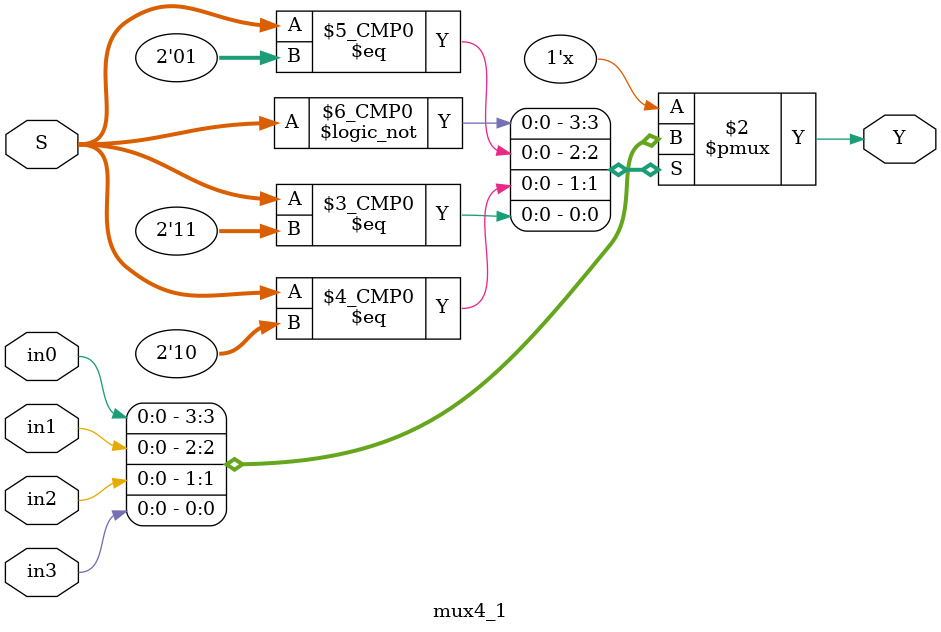
<source format=v>
module mux4_1(S, Y, in0, in1, in2, in3);
input [1:0] S;
input in0, in1, in2, in3;
output reg Y;
always @* begin
case (S)
	2'b00: Y = in0;
	2'b01: Y = in1;
	2'b10: Y = in2;
	2'b11: Y = in3;
	default : Y = 1'b0;
endcase
end
endmodule

</source>
